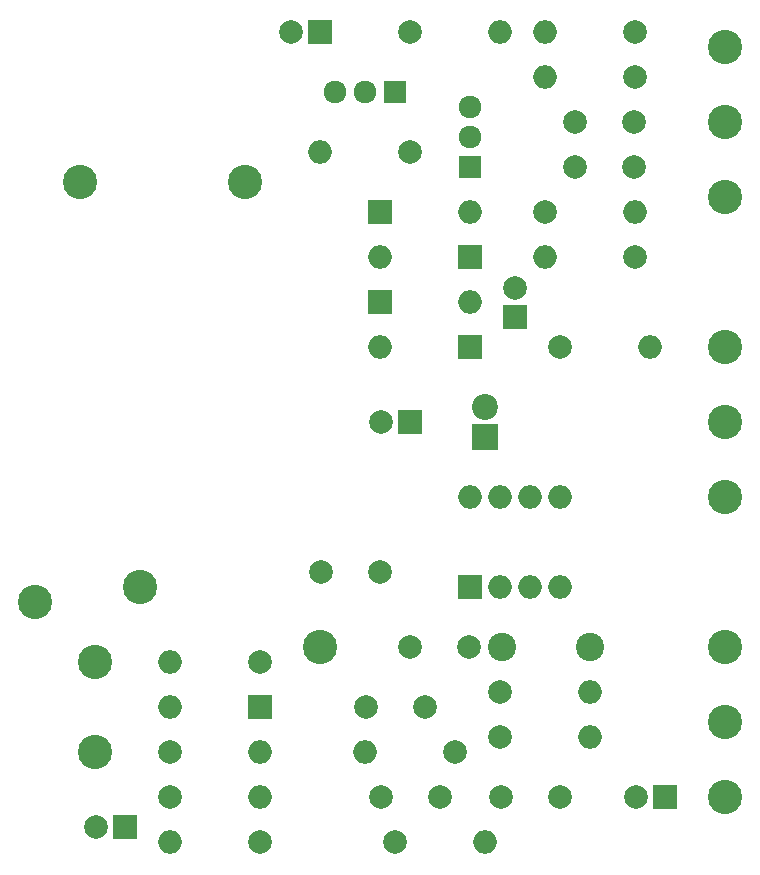
<source format=gbr>
G04 #@! TF.FileFunction,Soldermask,Bot*
%FSLAX46Y46*%
G04 Gerber Fmt 4.6, Leading zero omitted, Abs format (unit mm)*
G04 Created by KiCad (PCBNEW 4.0.6) date 08/31/17 07:48:38*
%MOMM*%
%LPD*%
G01*
G04 APERTURE LIST*
%ADD10C,0.100000*%
%ADD11R,2.000000X2.000000*%
%ADD12O,2.000000X2.000000*%
%ADD13R,2.200000X2.200000*%
%ADD14C,2.200000*%
%ADD15C,1.920000*%
%ADD16R,1.920000X1.920000*%
%ADD17C,2.400000*%
%ADD18C,2.900000*%
%ADD19C,2.000000*%
G04 APERTURE END LIST*
D10*
D11*
X106680000Y-110490000D03*
D12*
X99060000Y-110490000D03*
D11*
X116840000Y-76200000D03*
D12*
X124460000Y-76200000D03*
D11*
X124460000Y-80010000D03*
D12*
X116840000Y-80010000D03*
D11*
X116840000Y-68580000D03*
D12*
X124460000Y-68580000D03*
D11*
X124460000Y-72390000D03*
D12*
X116840000Y-72390000D03*
D13*
X125730000Y-87630000D03*
D14*
X125730000Y-85090000D03*
D15*
X115570000Y-58420000D03*
X113030000Y-58420000D03*
D16*
X118110000Y-58420000D03*
D15*
X124460000Y-62230000D03*
X124460000Y-59690000D03*
D16*
X124460000Y-64770000D03*
D17*
X134620000Y-105410000D03*
X127120000Y-105410000D03*
D11*
X124460000Y-100330000D03*
D12*
X132080000Y-92710000D03*
X127000000Y-100330000D03*
X129540000Y-92710000D03*
X129540000Y-100330000D03*
X127000000Y-92710000D03*
X132080000Y-100330000D03*
X124460000Y-92710000D03*
D18*
X105410000Y-66040000D03*
X91440000Y-66040000D03*
X96520000Y-100330000D03*
X92710000Y-114300000D03*
X92710000Y-106680000D03*
X111760000Y-105410000D03*
X87630000Y-101600000D03*
X146050000Y-118110000D03*
X146050000Y-111760000D03*
X146050000Y-105410000D03*
X146050000Y-92710000D03*
X146050000Y-86360000D03*
X146050000Y-80010000D03*
X146050000Y-67310000D03*
X146050000Y-60960000D03*
X146050000Y-54610000D03*
D19*
X106680000Y-106680000D03*
D12*
X99060000Y-106680000D03*
D19*
X99060000Y-114300000D03*
D12*
X106680000Y-114300000D03*
D19*
X106680000Y-121920000D03*
D12*
X99060000Y-121920000D03*
D19*
X99060000Y-118110000D03*
D12*
X106680000Y-118110000D03*
D19*
X123190000Y-114300000D03*
D12*
X115570000Y-114300000D03*
D19*
X127000000Y-109220000D03*
D12*
X134620000Y-109220000D03*
D19*
X127000000Y-113030000D03*
D12*
X134620000Y-113030000D03*
D19*
X132080000Y-80010000D03*
D12*
X139700000Y-80010000D03*
D19*
X130810000Y-68580000D03*
D12*
X138430000Y-68580000D03*
D19*
X138430000Y-57150000D03*
D12*
X130810000Y-57150000D03*
D19*
X119380000Y-53340000D03*
D12*
X127000000Y-53340000D03*
D19*
X118110000Y-121920000D03*
D12*
X125730000Y-121920000D03*
D19*
X119380000Y-63500000D03*
D12*
X111760000Y-63500000D03*
D19*
X138430000Y-72390000D03*
D12*
X130810000Y-72390000D03*
D19*
X138430000Y-53340000D03*
D12*
X130810000Y-53340000D03*
D11*
X119380000Y-86360000D03*
D19*
X116880000Y-86360000D03*
X120650000Y-110490000D03*
X115650000Y-110490000D03*
X121920000Y-118110000D03*
X116920000Y-118110000D03*
D11*
X140970000Y-118110000D03*
D19*
X138470000Y-118110000D03*
X132080000Y-118110000D03*
X127080000Y-118110000D03*
X119380000Y-105410000D03*
X124380000Y-105410000D03*
D11*
X128270000Y-77470000D03*
D19*
X128270000Y-74970000D03*
X116840000Y-99060000D03*
X111840000Y-99060000D03*
X133350000Y-64770000D03*
X138350000Y-64770000D03*
X133350000Y-60960000D03*
X138350000Y-60960000D03*
D11*
X111760000Y-53340000D03*
D19*
X109260000Y-53340000D03*
D11*
X95250000Y-120650000D03*
D19*
X92750000Y-120650000D03*
M02*

</source>
